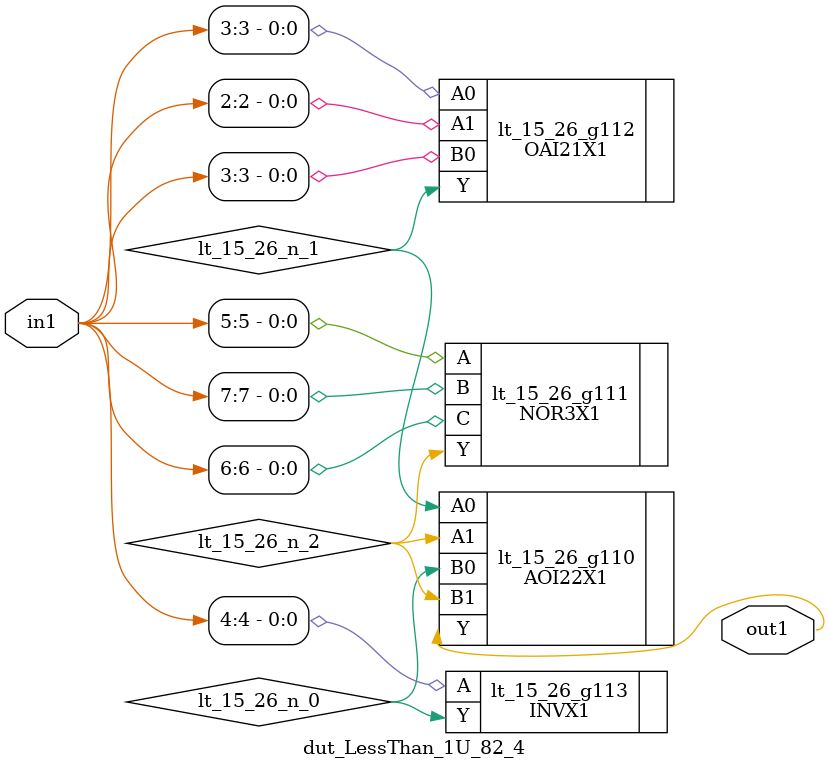
<source format=v>
`timescale 1ps / 1ps


module dut_LessThan_1U_82_4(in1, out1);
  input [7:0] in1;
  output out1;
  wire [7:0] in1;
  wire out1;
  wire lt_15_26_n_0, lt_15_26_n_1, lt_15_26_n_2;
  AOI22X1 lt_15_26_g110(.A0 (lt_15_26_n_1), .A1 (lt_15_26_n_2), .B0
       (lt_15_26_n_0), .B1 (lt_15_26_n_2), .Y (out1));
  NOR3X1 lt_15_26_g111(.A (in1[5]), .B (in1[7]), .C (in1[6]), .Y
       (lt_15_26_n_2));
  OAI21X1 lt_15_26_g112(.A0 (in1[3]), .A1 (in1[2]), .B0 (in1[3]), .Y
       (lt_15_26_n_1));
  INVX1 lt_15_26_g113(.A (in1[4]), .Y (lt_15_26_n_0));
endmodule



</source>
